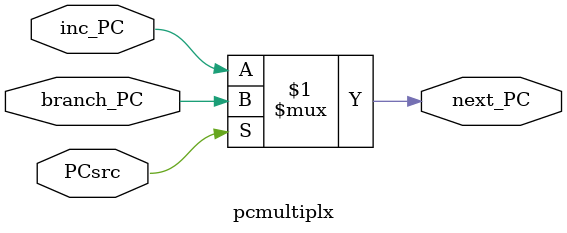
<source format=sv>
module pcmultiplx(
    input logic branch_PC,
    input logic PCsrc,
    input logic inc_PC,
    output logic next_PC
);

assign next_PC = PCsrc ? branch_PC:inc_PC;

endmodule

</source>
